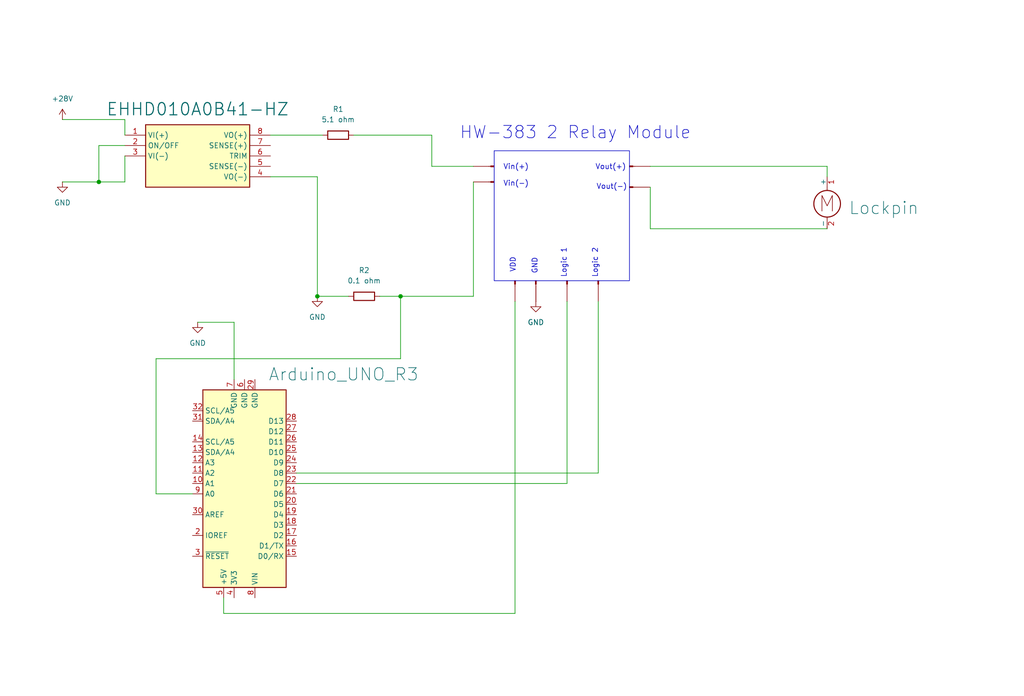
<source format=kicad_sch>
(kicad_sch (version 20250114) (generator "eeschema") (generator_version "9.0")
  (paper "User" 250 170)
  (title_block (title "Lockpin Control Schematic") (date "2025-05-30") (rev "1"))
  (lib_symbols
    (symbol "Conn_01x01_Pin_1" (pin_names (offset 1.016) (hide yes))
      (symbol "Conn_01x01_Pin_1_1_1"
        (rectangle (start 0.8636 0.127) (end 0 -0.127) (stroke (width 0.1524)) (fill (type outline)))
        (polyline (pts (xy 1.27 0) (xy 0.8636 0)) (stroke (width 0.1524)))
        (pin passive line (at 5.08 0 180) (length 3.81) (name "Pin_1") (number ""))
      )
    )
    (symbol "Conn_01x01_Pin_2" (pin_names (offset 1.016) (hide yes))
      (symbol "Conn_01x01_Pin_2_1_1"
        (rectangle (start 0.8636 0.127) (end 0 -0.127) (stroke (width 0.1524)) (fill (type outline)))
        (polyline (pts (xy 1.27 0) (xy 0.8636 0)) (stroke (width 0.1524)))
        (pin passive line (at 5.08 0 180) (length 3.81) (name "Pin_1") (number ""))
      )
    )
    (symbol "Conn_01x01_Pin_3" (pin_names (offset 1.016) (hide yes))
      (symbol "Conn_01x01_Pin_3_1_1"
        (rectangle (start 0.8636 0.127) (end 0 -0.127) (stroke (width 0.1524)) (fill (type outline)))
        (polyline (pts (xy 1.27 0) (xy 0.8636 0)) (stroke (width 0.1524)))
        (pin passive line (at 5.08 0 180) (length 3.81) (name "Pin_1") (number ""))
      )
    )
    (symbol "Conn_01x01_Pin_4" (pin_names (offset 1.016) (hide yes))
      (symbol "Conn_01x01_Pin_4_1_1"
        (rectangle (start 0.8636 0.127) (end 0 -0.127) (stroke (width 0.1524)) (fill (type outline)))
        (polyline (pts (xy 1.27 0) (xy 0.8636 0)) (stroke (width 0.1524)))
        (pin passive line (at 5.08 0 180) (length 3.81) (name "Pin_1") (number ""))
      )
    )
    (symbol "Conn_01x01_Pin_5" (pin_names (offset 1.016) (hide yes))
      (symbol "Conn_01x01_Pin_5_1_1"
        (rectangle (start 0.8636 0.127) (end 0 -0.127) (stroke (width 0.1524)) (fill (type outline)))
        (polyline (pts (xy 1.27 0) (xy 0.8636 0)) (stroke (width 0.1524)))
        (pin passive line (at 5.08 0 180) (length 3.81) (name "Pin_1") (number ""))
      )
    )
    (symbol "Conn_01x01_Pin_6" (pin_names (offset 1.016) (hide yes))
      (symbol "Conn_01x01_Pin_6_1_1"
        (rectangle (start 0.8636 0.127) (end 0 -0.127) (stroke (width 0.1524)) (fill (type outline)))
        (polyline (pts (xy 1.27 0) (xy 0.8636 0)) (stroke (width 0.1524)))
        (pin passive line (at 5.08 0 180) (length 3.81) (name "Pin_1") (number ""))
      )
    )
    (symbol "Conn_01x01_Pin_7" (pin_names (offset 1.016) (hide yes))
      (symbol "Conn_01x01_Pin_7_1_1"
        (rectangle (start 0.8636 0.127) (end 0 -0.127) (stroke (width 0.1524)) (fill (type outline)))
        (polyline (pts (xy 1.27 0) (xy 0.8636 0)) (stroke (width 0.1524)))
        (pin passive line (at 5.08 0 180) (length 3.81) (name "Pin_1") (number ""))
      )
    )
    (symbol "Connector:Conn_01x01_Pin" (pin_names (offset 1.016) (hide yes))
      (symbol "Conn_01x01_Pin_1_1"
        (rectangle (start 0.8636 0.127) (end 0 -0.127) (stroke (width 0.1524)) (fill (type outline)))
        (polyline (pts (xy 1.27 0) (xy 0.8636 0)) (stroke (width 0.1524)))
        (pin passive line (at 5.08 0 180) (length 3.81) (name "Pin_1") (number ""))
      )
    )
    (symbol "Device:R" (pin_numbers (hide yes)) (pin_names (offset 0))
      (property "Reference" "R" (at 2.032 0 90))
      (property "Value" "R" (at 0 0 90))
      (symbol "R_0_1"
        (rectangle (start -1.016 -2.54) (end 1.016 2.54) (stroke (width 0.254)))
      )
      (symbol "R_1_1"
        (pin passive line (at 0 3.81 270) (length 1.27) (name "~") (number "1"))
        (pin passive line (at 0 -3.81 90) (length 1.27) (name "~") (number "2"))
      )
    )
    (symbol "MCU_Module:Arduino_UNO_R3"
      (property "Reference" "A" (at -10.16 23.495 0))
      (property "Value" "Arduino_UNO_R3" (at 5.08 -26.67 0))
      (symbol "Arduino_UNO_R3_0_1"
        (rectangle (start -10.16 22.86) (end 10.16 -25.4) (stroke (width 0.254)) (fill (type background)))
      )
      (symbol "Arduino_UNO_R3_1_1"
        (pin bidirectional line (at -12.7 15.24 0) (length 2.54) (name "D0/RX") (number "15"))
        (pin bidirectional line (at -12.7 12.7 0) (length 2.54) (name "D1/TX") (number "16"))
        (pin bidirectional line (at -12.7 10.16 0) (length 2.54) (name "D2") (number "17"))
        (pin bidirectional line (at -12.7 7.62 0) (length 2.54) (name "D3") (number "18"))
        (pin bidirectional line (at -12.7 5.08 0) (length 2.54) (name "D4") (number "19"))
        (pin bidirectional line (at -12.7 2.54 0) (length 2.54) (name "D5") (number "20"))
        (pin bidirectional line (at -12.7 0 0) (length 2.54) (name "D6") (number "21"))
        (pin bidirectional line (at -12.7 -2.54 0) (length 2.54) (name "D7") (number "22"))
        (pin bidirectional line (at -12.7 -5.08 0) (length 2.54) (name "D8") (number "23"))
        (pin bidirectional line (at -12.7 -7.62 0) (length 2.54) (name "D9") (number "24"))
        (pin bidirectional line (at -12.7 -10.16 0) (length 2.54) (name "D10") (number "25"))
        (pin bidirectional line (at -12.7 -12.7 0) (length 2.54) (name "D11") (number "26"))
        (pin bidirectional line (at -12.7 -15.24 0) (length 2.54) (name "D12") (number "27"))
        (pin bidirectional line (at -12.7 -17.78 0) (length 2.54) (name "D13") (number "28"))
        (pin no_connect line (at -10.16 -20.32 0) (length 2.54) (hide yes) (name "NC") (number "1"))
        (pin power_in line (at -2.54 25.4 270) (length 2.54) (name "VIN") (number "8"))
        (pin power_in line (at -2.54 -27.94 90) (length 2.54) (name "GND") (number "29"))
        (pin power_in line (at 0 -27.94 90) (length 2.54) (name "GND") (number "6"))
        (pin power_out line (at 2.54 25.4 270) (length 2.54) (name "3V3") (number "4"))
        (pin power_in line (at 2.54 -27.94 90) (length 2.54) (name "GND") (number "7"))
        (pin power_out line (at 5.08 25.4 270) (length 2.54) (name "+5V") (number "5"))
        (pin input line (at 12.7 15.24 180) (length 2.54) (name "~{RESET}") (number "3"))
        (pin output line (at 12.7 10.16 180) (length 2.54) (name "IOREF") (number "2"))
        (pin input line (at 12.7 5.08 180) (length 2.54) (name "AREF") (number "30"))
        (pin bidirectional line (at 12.7 0 180) (length 2.54) (name "A0") (number "9"))
        (pin bidirectional line (at 12.7 -2.54 180) (length 2.54) (name "A1") (number "10"))
        (pin bidirectional line (at 12.7 -5.08 180) (length 2.54) (name "A2") (number "11"))
        (pin bidirectional line (at 12.7 -7.62 180) (length 2.54) (name "A3") (number "12"))
        (pin bidirectional line (at 12.7 -10.16 180) (length 2.54) (name "SDA/A4") (number "13"))
        (pin bidirectional line (at 12.7 -12.7 180) (length 2.54) (name "SCL/A5") (number "14"))
        (pin bidirectional line (at 12.7 -17.78 180) (length 2.54) (name "SDA/A4") (number "31"))
        (pin bidirectional line (at 12.7 -20.32 180) (length 2.54) (name "SCL/A5") (number "32"))
      )
    )
    (symbol "Motor:Motor_DC" (pin_names (offset 0))
      (property "Reference" "M" (at 2.54 2.54 0))
      (property "Value" "Motor_DC" (at 2.54 -5.08 0))
      (symbol "Motor_DC_0_0"
        (polyline (pts (xy -1.27 -3.302) (xy -1.27 0.508) (xy 0 -2.032) (xy 1.27 0.508) (xy 1.27 -3.302)))
      )
      (symbol "Motor_DC_0_1"
        (polyline (pts (xy 0 2.032) (xy 0 2.54)))
        (polyline (pts (xy 0 1.7272) (xy 0 2.0828)))
        (circle (center 0 -1.524) (radius 3.2512) (stroke (width 0.254)))
        (polyline (pts (xy 0 -4.7752) (xy 0 -5.1816)))
        (polyline (pts (xy 0 -7.62) (xy 0 -7.112)))
      )
      (symbol "Motor_DC_1_1"
        (pin passive line (at 0 5.08 270) (length 2.54) (name "+") (number "1"))
        (pin passive line (at 0 -7.62 90) (length 2.54) (name "-") (number "2"))
      )
    )
    (symbol "custom:EHHD010A0B41-HZ"
      (property "Reference" "T" (at 31.75 7.62 0))
      (property "Value" "EHHD010A0B41-HZ" (at 31.75 5.08 0))
      (symbol "EHHD010A0B41-HZ_1_1"
        (rectangle (start 5.08 2.54) (end 30.48 -12.7) (stroke (width 0.254)) (fill (type background)))
        (pin passive line (at 0 0 0) (length 5.08) (name "VI(+)") (number "1"))
        (pin passive line (at 0 -2.54 0) (length 5.08) (name "ON/OFF") (number "2"))
        (pin passive line (at 0 -5.08 0) (length 5.08) (name "VI(-)") (number "3"))
        (pin passive line (at 35.56 0 180) (length 5.08) (name "VO(+)") (number "8"))
        (pin passive line (at 35.56 -2.54 180) (length 5.08) (name "SENSE(+)") (number "7"))
        (pin passive line (at 35.56 -5.08 180) (length 5.08) (name "TRIM") (number "6"))
        (pin passive line (at 35.56 -7.62 180) (length 5.08) (name "SENSE(-)") (number "5"))
        (pin passive line (at 35.56 -10.16 180) (length 5.08) (name "VO(-)") (number "4"))
      )
    )
    (symbol "power:+28V" (power) (pin_numbers (hide yes)) (pin_names (offset 0) (hide yes))
      (property "Value" "+28V" (at 0 3.556 0))
      (symbol "+28V_0_1"
        (polyline (pts (xy -0.762 1.27) (xy 0 2.54)))
        (polyline (pts (xy 0 2.54) (xy 0.762 1.27)))
        (polyline (pts (xy 0 0) (xy 0 2.54)))
      )
      (symbol "+28V_1_1"
        (pin power_in line (at 0 0 90) (length 0) (name "~") (number "1"))
      )
    )
    (symbol "power:GND" (power) (pin_numbers (hide yes)) (pin_names (offset 0) (hide yes))
      (property "Value" "GND" (at 0 -3.81 0))
      (symbol "GND_0_1"
        (polyline (pts (xy 0 0) (xy 0 -1.27) (xy 1.27 -1.27) (xy 0 -2.54) (xy -1.27 -1.27) (xy 0 -1.27)))
      )
      (symbol "GND_1_1"
        (pin power_in line (at 0 0 270) (length 0) (name "~") (number "1"))
      )
    )
  )
  (rectangle (start 120.65 36.83) (end 153.67 68.58))
  (text "GND" (at 130.556 65.024 90) (effects (font (size 1.27 1.27))))
  (text "HW-383 2 Relay Module" (at 140.462 32.512 0) (effects (font (size 3 3))))
  (text "Vout(-)" (at 149.352 45.72 0) (effects (font (size 1.27 1.27))))
  (text "Logic 2" (at 145.288 64.262 90) (effects (font (size 1.27 1.27))))
  (text "Vout(+)" (at 149.098 40.894 0) (effects (font (size 1.27 1.27))))
  (text "VDD" (at 125.222 64.77 90) (effects (font (size 1.27 1.27))))
  (text "Logic 1" (at 137.668 64.262 90) (effects (font (size 1.27 1.27))))
  (text "Vin(-)" (at 125.984 44.958 0) (effects (font (size 1.27 1.27))))
  (text "Vin(+)" (at 125.984 40.894 0) (effects (font (size 1.27 1.27))))
  (junction (at 77.47 72.39))
  (junction (at 24.13 44.45))
  (junction (at 97.79 72.39))
  (wire (pts (xy 57.15 92.71) (xy 57.15 78.74)))
  (wire (pts (xy 201.93 40.64) (xy 201.93 43.18)))
  (wire (pts (xy 38.1 87.63) (xy 97.79 87.63)))
  (wire (pts (xy 146.05 115.57) (xy 72.39 115.57)))
  (wire (pts (xy 77.47 72.39) (xy 85.09 72.39)))
  (wire (pts (xy 54.61 146.05) (xy 54.61 149.86)))
  (wire (pts (xy 15.24 44.45) (xy 24.13 44.45)))
  (wire (pts (xy 125.73 73.66) (xy 125.73 149.86)))
  (wire (pts (xy 38.1 120.65) (xy 38.1 87.63)))
  (wire (pts (xy 115.57 44.45) (xy 115.57 72.39)))
  (wire (pts (xy 115.57 72.39) (xy 97.79 72.39)))
  (wire (pts (xy 105.41 33.02) (xy 105.41 40.64)))
  (wire (pts (xy 201.93 55.88) (xy 158.75 55.88)))
  (wire (pts (xy 66.04 43.18) (xy 77.47 43.18)))
  (wire (pts (xy 158.75 55.88) (xy 158.75 45.72)))
  (wire (pts (xy 97.79 87.63) (xy 97.79 72.39)))
  (wire (pts (xy 146.05 73.66) (xy 146.05 115.57)))
  (wire (pts (xy 24.13 35.56) (xy 24.13 44.45)))
  (wire (pts (xy 24.13 44.45) (xy 30.48 44.45)))
  (wire (pts (xy 138.43 73.66) (xy 138.43 118.11)))
  (wire (pts (xy 57.15 78.74) (xy 48.26 78.74)))
  (wire (pts (xy 30.48 44.45) (xy 30.48 38.1)))
  (wire (pts (xy 46.99 120.65) (xy 38.1 120.65)))
  (wire (pts (xy 77.47 43.18) (xy 77.47 72.39)))
  (wire (pts (xy 86.36 33.02) (xy 105.41 33.02)))
  (wire (pts (xy 66.04 33.02) (xy 78.74 33.02)))
  (wire (pts (xy 30.48 35.56) (xy 24.13 35.56)))
  (wire (pts (xy 105.41 40.64) (xy 115.57 40.64)))
  (wire (pts (xy 30.48 29.21) (xy 30.48 33.02)))
  (wire (pts (xy 158.75 40.64) (xy 201.93 40.64)))
  (wire (pts (xy 138.43 118.11) (xy 72.39 118.11)))
  (wire (pts (xy 92.71 72.39) (xy 97.79 72.39)))
  (wire (pts (xy 125.73 149.86) (xy 54.61 149.86)))
  (wire (pts (xy 15.24 29.21) (xy 30.48 29.21)))
  (symbol (lib_name "Conn_01x01_Pin_3") (lib_id "Connector:Conn_01x01_Pin") (at 125.73 68.58 270) (unit 1)
    (property "Reference" "J3" (effects (hide yes)))
    (property "Value" "Conn_01x01_Pin" (effects (hide yes)))
    (property "Description" "Generic connector, single row, 01x01, script generated" (effects (hide yes)))
  )
  (symbol (lib_name "Conn_01x01_Pin_2") (lib_id "Connector:Conn_01x01_Pin") (at 120.65 44.45 180) (unit 1)
    (property "Reference" "J2" (effects (hide yes)))
    (property "Value" "Conn_01x01_Pin" (effects (hide yes)))
    (property "Description" "Generic connector, single row, 01x01, script generated" (effects (hide yes)))
  )
  (symbol (lib_id "custom:EHHD010A0B41-HZ") (at 30.48 33.02 0) (unit 1)
    (property "Reference" "T1" (effects (hide yes)))
    (property "Value" "EHHD010A0B41-HZ" (at 48.26 26.67 0) (effects (font (size 3 3) (thickness 0.254) (bold yes))))
    (property "Footprint" "EHHD010A0B41HZ" (effects (hide yes)))
    (property "Datasheet" "https://www.omnionpower.com/assets/pdfs/windchill/data-sheet/ehhd010_ds__btfqzz.pdf" (effects (hide yes)))
    (property "Description" "Module DC-DC 24V/48VIN 1-OUT 12V 10A 120W 8-Pin 1/8-Brick" (effects (hide yes)))
    (property "Mouser Part Number" "894-EHHD010A0B41-HZ" (effects (hide yes)))
    (property "Mouser Price/Stock" "https://www.mouser.co.uk/ProductDetail/OmniOn-Power/EHHD010A0B41-HZ?qs=b%252BbDuRW3oLz4pnH8mByNXg%3D%3D" (effects (hide yes)))
    (property "Manufacturer_Name" "OmniOn Power" (effects (hide yes)))
    (property "Manufacturer_Part_Number" "EHHD010A0B41-HZ" (effects (hide yes)))
  )
  (symbol (lib_name "Conn_01x01_Pin_4") (lib_id "Connector:Conn_01x01_Pin") (at 130.81 68.58 270) (unit 1)
    (property "Reference" "J4" (effects (hide yes)))
    (property "Value" "Conn_01x01_Pin" (effects (hide yes)))
    (property "Description" "Generic connector, single row, 01x01, script generated" (effects (hide yes)))
  )
  (symbol (lib_id "Device:R") (at 82.55 33.02 90) (unit 1)
    (property "Reference" "R1" (at 82.55 26.67 90))
    (property "Value" "5.1 ohm" (at 82.55 29.21 90))
    (property "Description" "Resistor" (effects (hide yes)))
  )
  (symbol (lib_id "power:GND") (at 48.26 78.74 0) (unit 1)
    (property "Reference" "#PWR08" (effects (hide yes)))
    (property "Value" "GND" (at 48.26 83.82 0))
    (property "Description" "Power symbol creates a global label with name \"GND\" , ground" (effects (hide yes)))
  )
  (symbol (lib_id "Motor:Motor_DC") (at 201.93 48.26 0) (unit 1)
    (property "Reference" "M1" (effects (hide yes)))
    (property "Value" "Lockpin" (at 207.01 50.7999 0) (effects (font (size 3 3)) (justify left)))
    (property "Description" "DC Motor" (effects (hide yes)))
  )
  (symbol (lib_name "Conn_01x01_Pin_5") (lib_id "Connector:Conn_01x01_Pin") (at 138.43 68.58 270) (unit 1)
    (property "Reference" "J5" (effects (hide yes)))
    (property "Value" "Conn_01x01_Pin" (effects (hide yes)))
    (property "Description" "Generic connector, single row, 01x01, script generated" (effects (hide yes)))
  )
  (symbol (lib_name "Conn_01x01_Pin_6") (lib_id "Connector:Conn_01x01_Pin") (at 146.05 68.58 270) (unit 1)
    (property "Reference" "J6" (effects (hide yes)))
    (property "Value" "Conn_01x01_Pin" (effects (hide yes)))
    (property "Description" "Generic connector, single row, 01x01, script generated" (effects (hide yes)))
  )
  (symbol (lib_id "power:GND") (at 15.24 44.45 0) (unit 1)
    (property "Reference" "#PWR02" (effects (hide yes)))
    (property "Value" "GND" (at 15.24 49.53 0))
    (property "Description" "Power symbol creates a global label with name \"GND\" , ground" (effects (hide yes)))
  )
  (symbol (lib_id "power:GND") (at 130.81 73.66 0) (unit 1)
    (property "Reference" "#PWR04" (effects (hide yes)))
    (property "Value" "GND" (at 130.81 78.74 0))
    (property "Description" "Power symbol creates a global label with name \"GND\" , ground" (effects (hide yes)))
  )
  (symbol (lib_id "Device:R") (at 88.9 72.39 270) (unit 1)
    (property "Reference" "R2" (at 88.9 66.04 90))
    (property "Value" "0.1 ohm" (at 88.9 68.58 90))
    (property "Description" "Resistor" (effects (hide yes)))
  )
  (symbol (lib_id "Connector:Conn_01x01_Pin") (at 153.67 45.72 0) (unit 1)
    (property "Reference" "J8" (effects (hide yes)))
    (property "Value" "Conn_01x01_Pin" (effects (hide yes)))
    (property "Description" "Generic connector, single row, 01x01, script generated" (effects (hide yes)))
  )
  (symbol (lib_id "power:GND") (at 77.47 72.39 0) (unit 1)
    (property "Reference" "#PWR03" (effects (hide yes)))
    (property "Value" "GND" (at 77.47 77.47 0))
    (property "Description" "Power symbol creates a global label with name \"GND\" , ground" (effects (hide yes)))
  )
  (symbol (lib_name "Conn_01x01_Pin_1") (lib_id "Connector:Conn_01x01_Pin") (at 120.65 40.64 180) (unit 1)
    (property "Reference" "J1" (effects (hide yes)))
    (property "Value" "Conn_01x01_Pin" (effects (hide yes)))
    (property "Description" "Generic connector, single row, 01x01, script generated" (effects (hide yes)))
  )
  (symbol (lib_name "Conn_01x01_Pin_7") (lib_id "Connector:Conn_01x01_Pin") (at 153.67 40.64 0) (unit 1)
    (property "Reference" "J7" (effects (hide yes)))
    (property "Value" "Conn_01x01_Pin" (effects (hide yes)))
    (property "Description" "Generic connector, single row, 01x01, script generated" (effects (hide yes)))
  )
  (symbol (lib_id "MCU_Module:Arduino_UNO_R3") (at 59.69 120.65 180) (unit 1)
    (property "Reference" "A1" (effects (hide yes)))
    (property "Value" "Arduino_UNO_R3" (at 65.3481 91.44 0) (effects (font (size 3 3)) (justify right)))
    (property "Footprint" "Module:Arduino_UNO_R3" (effects (hide yes)))
    (property "Datasheet" "https://www.arduino.cc/en/Main/arduinoBoardUno" (effects (hide yes)))
    (property "Description" "Arduino UNO Microcontroller Module, release 3" (effects (hide yes)))
  )
  (symbol (lib_id "power:+28V") (at 15.24 29.21 0) (unit 1)
    (property "Reference" "#PWR01" (effects (hide yes)))
    (property "Value" "+28V" (at 15.24 24.13 0))
    (property "Description" "Power symbol creates a global label with name \"+28V\"" (effects (hide yes)))
  )
)
</source>
